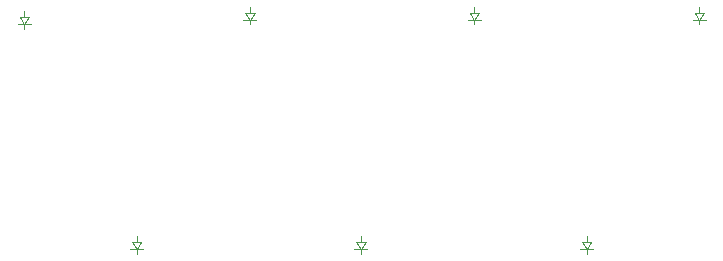
<source format=gbr>
%TF.GenerationSoftware,KiCad,Pcbnew,8.0.8*%
%TF.CreationDate,2025-02-15T20:23:54-05:00*%
%TF.ProjectId,Hackpad,4861636b-7061-4642-9e6b-696361645f70,rev?*%
%TF.SameCoordinates,Original*%
%TF.FileFunction,Legend,Bot*%
%TF.FilePolarity,Positive*%
%FSLAX46Y46*%
G04 Gerber Fmt 4.6, Leading zero omitted, Abs format (unit mm)*
G04 Created by KiCad (PCBNEW 8.0.8) date 2025-02-15 20:23:54*
%MOMM*%
%LPD*%
G01*
G04 APERTURE LIST*
%ADD10C,0.100000*%
%ADD11C,1.700000*%
%ADD12C,4.000000*%
%ADD13C,2.200000*%
%ADD14C,1.524000*%
%ADD15R,1.600000X1.600000*%
%ADD16O,1.600000X1.600000*%
G04 APERTURE END LIST*
D10*
%TO.C,D7*%
X199110000Y-100665000D02*
X200210000Y-100665000D01*
X199260000Y-100065000D02*
X200060000Y-100065000D01*
X199660000Y-99565000D02*
X199660000Y-100065000D01*
X199660000Y-100665000D02*
X199260000Y-100065000D01*
X199660000Y-100665000D02*
X199660000Y-101065000D01*
X200060000Y-100065000D02*
X199660000Y-100665000D01*
%TO.C,D1*%
X151510000Y-81615000D02*
X152610000Y-81615000D01*
X151660000Y-81015000D02*
X152460000Y-81015000D01*
X152060000Y-80515000D02*
X152060000Y-81015000D01*
X152060000Y-81615000D02*
X151660000Y-81015000D01*
X152060000Y-81615000D02*
X152060000Y-82015000D01*
X152460000Y-81015000D02*
X152060000Y-81615000D01*
%TO.C,D5*%
X161010000Y-100715000D02*
X162110000Y-100715000D01*
X161160000Y-100115000D02*
X161960000Y-100115000D01*
X161560000Y-99615000D02*
X161560000Y-100115000D01*
X161560000Y-100715000D02*
X161160000Y-100115000D01*
X161560000Y-100715000D02*
X161560000Y-101115000D01*
X161960000Y-100115000D02*
X161560000Y-100715000D01*
%TO.C,D4*%
X208660000Y-81265000D02*
X209760000Y-81265000D01*
X208810000Y-80665000D02*
X209610000Y-80665000D01*
X209210000Y-80165000D02*
X209210000Y-80665000D01*
X209210000Y-81265000D02*
X208810000Y-80665000D01*
X209210000Y-81265000D02*
X209210000Y-81665000D01*
X209610000Y-80665000D02*
X209210000Y-81265000D01*
%TO.C,D2*%
X170610000Y-81265000D02*
X171710000Y-81265000D01*
X170760000Y-80665000D02*
X171560000Y-80665000D01*
X171160000Y-80165000D02*
X171160000Y-80665000D01*
X171160000Y-81265000D02*
X170760000Y-80665000D01*
X171160000Y-81265000D02*
X171160000Y-81665000D01*
X171560000Y-80665000D02*
X171160000Y-81265000D01*
%TO.C,D6*%
X180010000Y-100715000D02*
X181110000Y-100715000D01*
X180160000Y-100115000D02*
X180960000Y-100115000D01*
X180560000Y-99615000D02*
X180560000Y-100115000D01*
X180560000Y-100715000D02*
X180160000Y-100115000D01*
X180560000Y-100715000D02*
X180560000Y-101115000D01*
X180960000Y-100115000D02*
X180560000Y-100715000D01*
%TO.C,D3*%
X189610000Y-81265000D02*
X190710000Y-81265000D01*
X189760000Y-80665000D02*
X190560000Y-80665000D01*
X190160000Y-80165000D02*
X190160000Y-80665000D01*
X190160000Y-81265000D02*
X189760000Y-80665000D01*
X190160000Y-81265000D02*
X190160000Y-81665000D01*
X190560000Y-80665000D02*
X190160000Y-81265000D01*
%TD*%
%LPC*%
D11*
%TO.C,S7*%
X185040000Y-99055000D03*
D12*
X190120000Y-99055000D03*
D11*
X195200000Y-99055000D03*
D13*
X192660000Y-93975000D03*
X186310000Y-96515000D03*
%TD*%
D11*
%TO.C,S1*%
X137450000Y-80015000D03*
D12*
X142530000Y-80015000D03*
D11*
X147610000Y-80015000D03*
D13*
X145070000Y-74935000D03*
X138720000Y-77475000D03*
%TD*%
D11*
%TO.C,S3*%
X175590000Y-80005000D03*
D12*
X180670000Y-80005000D03*
D11*
X185750000Y-80005000D03*
D13*
X183210000Y-74925000D03*
X176860000Y-77465000D03*
%TD*%
D11*
%TO.C,S5*%
X146940000Y-99045000D03*
D12*
X152020000Y-99045000D03*
D11*
X157100000Y-99045000D03*
D13*
X154560000Y-93965000D03*
X148210000Y-96505000D03*
%TD*%
D11*
%TO.C,S4*%
X194640000Y-80005000D03*
D12*
X199720000Y-80005000D03*
D11*
X204800000Y-80005000D03*
D13*
X202260000Y-74925000D03*
X195910000Y-77465000D03*
%TD*%
D11*
%TO.C,S6*%
X165990000Y-99055000D03*
D12*
X171070000Y-99055000D03*
D11*
X176150000Y-99055000D03*
D13*
X173610000Y-93975000D03*
X167260000Y-96515000D03*
%TD*%
D14*
%TO.C,U1*%
X139780000Y-107835000D03*
X139780000Y-105295000D03*
X139780000Y-102755000D03*
X139780000Y-100215000D03*
X139780000Y-97675000D03*
X139780000Y-95135000D03*
X139780000Y-92595000D03*
X124540000Y-92595000D03*
X124540000Y-95135000D03*
X124540000Y-97675000D03*
X124540000Y-100215000D03*
X124540000Y-102755000D03*
X124540000Y-105295000D03*
X124540000Y-107835000D03*
%TD*%
D11*
%TO.C,S2*%
X156542500Y-80008750D03*
D12*
X161622500Y-80008750D03*
D11*
X166702500Y-80008750D03*
D13*
X164162500Y-74928750D03*
X157812500Y-77468750D03*
%TD*%
D15*
%TO.C,D7*%
X199660000Y-104125000D03*
D16*
X199660000Y-96505000D03*
%TD*%
D15*
%TO.C,D1*%
X152060000Y-85075000D03*
D16*
X152060000Y-77455000D03*
%TD*%
D15*
%TO.C,D5*%
X161560000Y-104175000D03*
D16*
X161560000Y-96555000D03*
%TD*%
D15*
%TO.C,D4*%
X209210000Y-84725000D03*
D16*
X209210000Y-77105000D03*
%TD*%
D15*
%TO.C,D2*%
X171160000Y-84725000D03*
D16*
X171160000Y-77105000D03*
%TD*%
D15*
%TO.C,D6*%
X180560000Y-104175000D03*
D16*
X180560000Y-96555000D03*
%TD*%
D15*
%TO.C,D3*%
X190160000Y-84725000D03*
D16*
X190160000Y-77105000D03*
%TD*%
%LPD*%
M02*

</source>
